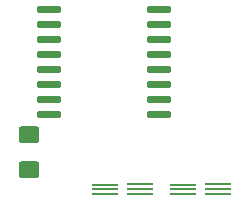
<source format=gbr>
%TF.GenerationSoftware,KiCad,Pcbnew,(5.1.6)-1*%
%TF.CreationDate,2021-01-10T13:28:57-05:00*%
%TF.ProjectId,main_board,6d61696e-5f62-46f6-9172-642e6b696361,rev?*%
%TF.SameCoordinates,Original*%
%TF.FileFunction,Paste,Bot*%
%TF.FilePolarity,Positive*%
%FSLAX46Y46*%
G04 Gerber Fmt 4.6, Leading zero omitted, Abs format (unit mm)*
G04 Created by KiCad (PCBNEW (5.1.6)-1) date 2021-01-10 13:28:57*
%MOMM*%
%LPD*%
G01*
G04 APERTURE LIST*
%ADD10R,2.200000X0.200000*%
G04 APERTURE END LIST*
D10*
%TO.C,VT6Z12*%
X171803000Y-137360000D03*
X171803000Y-137760000D03*
X171803000Y-138160000D03*
X174728000Y-138160000D03*
X174728000Y-137760000D03*
X174728000Y-137350500D03*
%TD*%
%TO.C,VT6Z11*%
X165223000Y-137360000D03*
X165223000Y-137760000D03*
X165223000Y-138160000D03*
X168148000Y-138160000D03*
X168148000Y-137760000D03*
X168148000Y-137350500D03*
%TD*%
%TO.C,R6*%
G36*
G01*
X158125000Y-132420000D02*
X159375000Y-132420000D01*
G75*
G02*
X159625000Y-132670000I0J-250000D01*
G01*
X159625000Y-133595000D01*
G75*
G02*
X159375000Y-133845000I-250000J0D01*
G01*
X158125000Y-133845000D01*
G75*
G02*
X157875000Y-133595000I0J250000D01*
G01*
X157875000Y-132670000D01*
G75*
G02*
X158125000Y-132420000I250000J0D01*
G01*
G37*
G36*
G01*
X158124374Y-135395000D02*
X159375626Y-135395000D01*
G75*
G02*
X159625000Y-135644374I0J-249374D01*
G01*
X159625000Y-136570626D01*
G75*
G02*
X159375626Y-136820000I-249374J0D01*
G01*
X158124374Y-136820000D01*
G75*
G02*
X157875000Y-136570626I0J249374D01*
G01*
X157875000Y-135644374D01*
G75*
G02*
X158124374Y-135395000I249374J0D01*
G01*
G37*
%TD*%
%TO.C,U2*%
G36*
G01*
X159425000Y-131595000D02*
X159425000Y-131295000D01*
G75*
G02*
X159575000Y-131145000I150000J0D01*
G01*
X161325000Y-131145000D01*
G75*
G02*
X161475000Y-131295000I0J-150000D01*
G01*
X161475000Y-131595000D01*
G75*
G02*
X161325000Y-131745000I-150000J0D01*
G01*
X159575000Y-131745000D01*
G75*
G02*
X159425000Y-131595000I0J150000D01*
G01*
G37*
G36*
G01*
X159425000Y-130325000D02*
X159425000Y-130025000D01*
G75*
G02*
X159575000Y-129875000I150000J0D01*
G01*
X161325000Y-129875000D01*
G75*
G02*
X161475000Y-130025000I0J-150000D01*
G01*
X161475000Y-130325000D01*
G75*
G02*
X161325000Y-130475000I-150000J0D01*
G01*
X159575000Y-130475000D01*
G75*
G02*
X159425000Y-130325000I0J150000D01*
G01*
G37*
G36*
G01*
X159425000Y-129055000D02*
X159425000Y-128755000D01*
G75*
G02*
X159575000Y-128605000I150000J0D01*
G01*
X161325000Y-128605000D01*
G75*
G02*
X161475000Y-128755000I0J-150000D01*
G01*
X161475000Y-129055000D01*
G75*
G02*
X161325000Y-129205000I-150000J0D01*
G01*
X159575000Y-129205000D01*
G75*
G02*
X159425000Y-129055000I0J150000D01*
G01*
G37*
G36*
G01*
X159425000Y-127785000D02*
X159425000Y-127485000D01*
G75*
G02*
X159575000Y-127335000I150000J0D01*
G01*
X161325000Y-127335000D01*
G75*
G02*
X161475000Y-127485000I0J-150000D01*
G01*
X161475000Y-127785000D01*
G75*
G02*
X161325000Y-127935000I-150000J0D01*
G01*
X159575000Y-127935000D01*
G75*
G02*
X159425000Y-127785000I0J150000D01*
G01*
G37*
G36*
G01*
X159425000Y-126515000D02*
X159425000Y-126215000D01*
G75*
G02*
X159575000Y-126065000I150000J0D01*
G01*
X161325000Y-126065000D01*
G75*
G02*
X161475000Y-126215000I0J-150000D01*
G01*
X161475000Y-126515000D01*
G75*
G02*
X161325000Y-126665000I-150000J0D01*
G01*
X159575000Y-126665000D01*
G75*
G02*
X159425000Y-126515000I0J150000D01*
G01*
G37*
G36*
G01*
X159425000Y-125245000D02*
X159425000Y-124945000D01*
G75*
G02*
X159575000Y-124795000I150000J0D01*
G01*
X161325000Y-124795000D01*
G75*
G02*
X161475000Y-124945000I0J-150000D01*
G01*
X161475000Y-125245000D01*
G75*
G02*
X161325000Y-125395000I-150000J0D01*
G01*
X159575000Y-125395000D01*
G75*
G02*
X159425000Y-125245000I0J150000D01*
G01*
G37*
G36*
G01*
X159425000Y-123975000D02*
X159425000Y-123675000D01*
G75*
G02*
X159575000Y-123525000I150000J0D01*
G01*
X161325000Y-123525000D01*
G75*
G02*
X161475000Y-123675000I0J-150000D01*
G01*
X161475000Y-123975000D01*
G75*
G02*
X161325000Y-124125000I-150000J0D01*
G01*
X159575000Y-124125000D01*
G75*
G02*
X159425000Y-123975000I0J150000D01*
G01*
G37*
G36*
G01*
X159425000Y-122705000D02*
X159425000Y-122405000D01*
G75*
G02*
X159575000Y-122255000I150000J0D01*
G01*
X161325000Y-122255000D01*
G75*
G02*
X161475000Y-122405000I0J-150000D01*
G01*
X161475000Y-122705000D01*
G75*
G02*
X161325000Y-122855000I-150000J0D01*
G01*
X159575000Y-122855000D01*
G75*
G02*
X159425000Y-122705000I0J150000D01*
G01*
G37*
G36*
G01*
X168725000Y-122705000D02*
X168725000Y-122405000D01*
G75*
G02*
X168875000Y-122255000I150000J0D01*
G01*
X170625000Y-122255000D01*
G75*
G02*
X170775000Y-122405000I0J-150000D01*
G01*
X170775000Y-122705000D01*
G75*
G02*
X170625000Y-122855000I-150000J0D01*
G01*
X168875000Y-122855000D01*
G75*
G02*
X168725000Y-122705000I0J150000D01*
G01*
G37*
G36*
G01*
X168725000Y-123975000D02*
X168725000Y-123675000D01*
G75*
G02*
X168875000Y-123525000I150000J0D01*
G01*
X170625000Y-123525000D01*
G75*
G02*
X170775000Y-123675000I0J-150000D01*
G01*
X170775000Y-123975000D01*
G75*
G02*
X170625000Y-124125000I-150000J0D01*
G01*
X168875000Y-124125000D01*
G75*
G02*
X168725000Y-123975000I0J150000D01*
G01*
G37*
G36*
G01*
X168725000Y-125245000D02*
X168725000Y-124945000D01*
G75*
G02*
X168875000Y-124795000I150000J0D01*
G01*
X170625000Y-124795000D01*
G75*
G02*
X170775000Y-124945000I0J-150000D01*
G01*
X170775000Y-125245000D01*
G75*
G02*
X170625000Y-125395000I-150000J0D01*
G01*
X168875000Y-125395000D01*
G75*
G02*
X168725000Y-125245000I0J150000D01*
G01*
G37*
G36*
G01*
X168725000Y-126515000D02*
X168725000Y-126215000D01*
G75*
G02*
X168875000Y-126065000I150000J0D01*
G01*
X170625000Y-126065000D01*
G75*
G02*
X170775000Y-126215000I0J-150000D01*
G01*
X170775000Y-126515000D01*
G75*
G02*
X170625000Y-126665000I-150000J0D01*
G01*
X168875000Y-126665000D01*
G75*
G02*
X168725000Y-126515000I0J150000D01*
G01*
G37*
G36*
G01*
X168725000Y-127785000D02*
X168725000Y-127485000D01*
G75*
G02*
X168875000Y-127335000I150000J0D01*
G01*
X170625000Y-127335000D01*
G75*
G02*
X170775000Y-127485000I0J-150000D01*
G01*
X170775000Y-127785000D01*
G75*
G02*
X170625000Y-127935000I-150000J0D01*
G01*
X168875000Y-127935000D01*
G75*
G02*
X168725000Y-127785000I0J150000D01*
G01*
G37*
G36*
G01*
X168725000Y-129055000D02*
X168725000Y-128755000D01*
G75*
G02*
X168875000Y-128605000I150000J0D01*
G01*
X170625000Y-128605000D01*
G75*
G02*
X170775000Y-128755000I0J-150000D01*
G01*
X170775000Y-129055000D01*
G75*
G02*
X170625000Y-129205000I-150000J0D01*
G01*
X168875000Y-129205000D01*
G75*
G02*
X168725000Y-129055000I0J150000D01*
G01*
G37*
G36*
G01*
X168725000Y-130325000D02*
X168725000Y-130025000D01*
G75*
G02*
X168875000Y-129875000I150000J0D01*
G01*
X170625000Y-129875000D01*
G75*
G02*
X170775000Y-130025000I0J-150000D01*
G01*
X170775000Y-130325000D01*
G75*
G02*
X170625000Y-130475000I-150000J0D01*
G01*
X168875000Y-130475000D01*
G75*
G02*
X168725000Y-130325000I0J150000D01*
G01*
G37*
G36*
G01*
X168725000Y-131595000D02*
X168725000Y-131295000D01*
G75*
G02*
X168875000Y-131145000I150000J0D01*
G01*
X170625000Y-131145000D01*
G75*
G02*
X170775000Y-131295000I0J-150000D01*
G01*
X170775000Y-131595000D01*
G75*
G02*
X170625000Y-131745000I-150000J0D01*
G01*
X168875000Y-131745000D01*
G75*
G02*
X168725000Y-131595000I0J150000D01*
G01*
G37*
%TD*%
M02*

</source>
